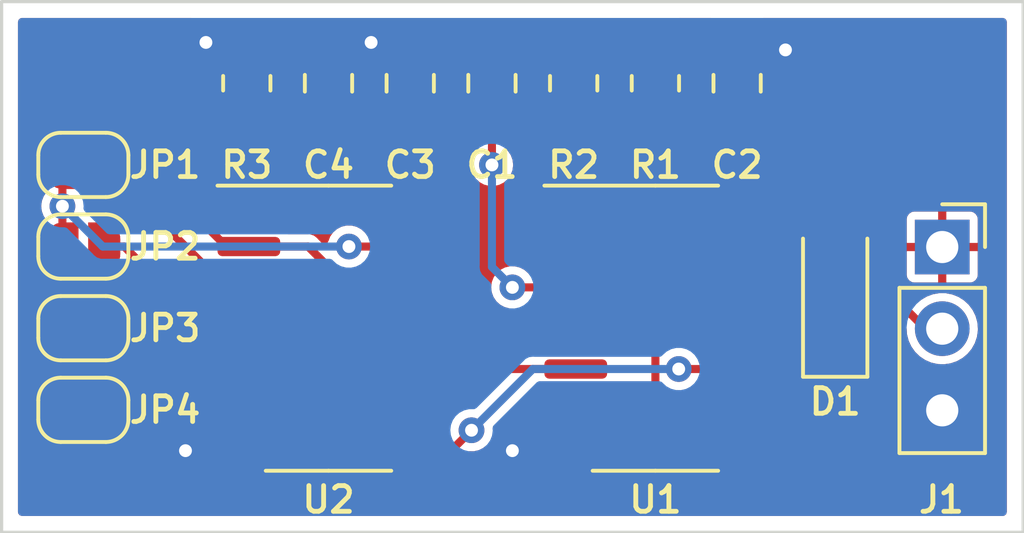
<source format=kicad_pcb>
(kicad_pcb (version 20211014) (generator pcbnew)
  (layers (0 "F.Cu" signal) (31 "B.Cu" signal) (34 "B.Paste" user) (35 "F.Paste" user) (36 "B.SilkS" user "B.Silkscreen") (37 "F.SilkS" user "F.Silkscreen") (38 "B.Mask" user) (39 "F.Mask" user) (44 "Edge.Cuts" user))
  (net 0 "")
  (net 1 "Net-(C1-Pad1)")
  (net 2 "Net-(C1-Pad2)")
  (net 3 "VCC")
  (net 4 "GND")
  (net 5 "Net-(JP1-Pad1)")
  (net 6 "Net-(JP1-Pad2)")
  (net 7 "Net-(JP2-Pad1)")
  (net 8 "Net-(JP3-Pad1)")
  (net 9 "Net-(JP4-Pad1)")
  (net 10 "Net-(R1-Pad2)")
  (net 11 "Net-(R2-Pad2)")
  (net 12 "Net-(U1-Pad5)")
  (net 14 "Net-(D1-Pad2)")
  (net 15 "Net-(U1-Pad2)")
  (net 16 "Net-(D1-Pad1)")
  (net 17 "Net-(U1-Pad10)")
  (net 18 "Net-(C4-Pad2)")
  (net 19 "Net-(U1-Pad4)")
  (footprint "Capacitor_SMD:C_0805_2012Metric_Pad1.18x1.45mm_HandSolder" (layer "F.Cu") (at 35.56 53.34 90)
    (fp_text reference "C4" (at -2.54 0 180) (layer "F.SilkS") (effects (font (size 0.8 0.8))))
    (fp_text value "C" hide)
    (fp_line (start -0.261252 0.735) (end 0.261252 0.735) (layer "F.SilkS") (width 0.12))
    (fp_line (start -0.261252 -0.735) (end 0.261252 -0.735) (layer "F.SilkS") (width 0.12))
    (pad "1" smd roundrect (at -1.0375 0 90) (size 1.175 1.45) (layers "F.Cu" "F.Paste" "F.Mask") (roundrect_rratio 0.2127659574) (net 3 "VCC"))
    (pad "2" smd roundrect (at 1.0375 0 90) (size 1.175 1.45) (layers "F.Cu" "F.Paste" "F.Mask") (roundrect_rratio 0.2127659574) (net 18 "Net-(C4-Pad2)"))
  )
  (footprint "Jumper:SolderJumper-2_P1.3mm_Open_RoundedPad1.0x1.5mm" (layer "F.Cu") (at 27.94 55.88 180)
    (fp_text reference "JP1" (at -2.54 0) (layer "F.SilkS") (effects (font (size 0.8 0.8))))
    (fp_text value "DEV1" hide)
    (fp_line (start -0.7 -1) (end 0.7 -1) (layer "F.SilkS") (width 0.12))
    (fp_line (start 1.4 -0.3) (end 1.4 0.3) (layer "F.SilkS") (width 0.12))
    (fp_line (start -1.4 0.3) (end -1.4 -0.3) (layer "F.SilkS") (width 0.12))
    (fp_line (start 0.7 1) (end -0.7 1) (layer "F.SilkS") (width 0.12))
    (fp_arc (start 1.4 0.3) (mid 1.194975 0.794975) (end 0.7 1) (layer "F.SilkS") (width 0.12))
    (fp_arc (start 0.7 -1) (mid 1.194975 -0.794975) (end 1.4 -0.3) (layer "F.SilkS") (width 0.12))
    (fp_arc (start -0.7 1) (mid -1.194975 0.794975) (end -1.4 0.3) (layer "F.SilkS") (width 0.12))
    (fp_arc (start -1.4 -0.3) (mid -1.194975 -0.794975) (end -0.7 -1) (layer "F.SilkS") (width 0.12))
    (pad "1" smd custom (at -0.65 0 180) (size 1 0.5) (layers "F.Cu" "F.Mask") (net 5 "Net-(JP1-Pad1)") (options (clearance outline) (anchor rect)) (primitives (gr_circle (center 0 0.25) (end 0.5 0.25) (width 0) (fill yes)) (gr_circle (center 0 -0.25) (end 0.5 -0.25) (width 0) (fill yes)) (gr_poly (pts (xy 0.5 0.75) (xy 0 0.75) (xy 0 -0.75) (xy 0.5 -0.75)) (width 0) (fill yes))))
    (pad "2" smd custom (at 0.65 0 180) (size 1 0.5) (layers "F.Cu" "F.Mask") (net 6 "Net-(JP1-Pad2)") (options (clearance outline) (anchor rect)) (primitives (gr_circle (center 0 0.25) (end 0.5 0.25) (width 0) (fill yes)) (gr_circle (center 0 -0.25) (end 0.5 -0.25) (width 0) (fill yes)) (gr_poly (pts (xy 0 0.75) (xy -0.5 0.75) (xy -0.5 -0.75) (xy 0 -0.75)) (width 0) (fill yes))))
  )
  (footprint "Capacitor_SMD:C_0805_2012Metric_Pad1.18x1.45mm_HandSolder" (layer "F.Cu") (at 48.26 53.34 90)
    (fp_text reference "C2" (at -2.54 0 180) (layer "F.SilkS") (effects (font (size 0.8 0.8))))
    (fp_text value "C" hide)
    (fp_line (start -0.261252 -0.735) (end 0.261252 -0.735) (layer "F.SilkS") (width 0.12))
    (fp_line (start -0.261252 0.735) (end 0.261252 0.735) (layer "F.SilkS") (width 0.12))
    (pad "1" smd roundrect (at -1.0375 0 90) (size 1.175 1.45) (layers "F.Cu" "F.Paste" "F.Mask") (roundrect_rratio 0.2127659574) (net 3 "VCC"))
    (pad "2" smd roundrect (at 1.0375 0 90) (size 1.175 1.45) (layers "F.Cu" "F.Paste" "F.Mask") (roundrect_rratio 0.2127659574) (net 4 "GND"))
  )
  (footprint "Resistor_SMD:R_0805_2012Metric_Pad1.20x1.40mm_HandSolder" (layer "F.Cu") (at 33.02 53.34 90)
    (fp_text reference "R3" (at -2.54 0 180) (layer "F.SilkS") (effects (font (size 0.8 0.8))))
    (fp_text value "R" hide)
    (fp_line (start -0.227064 0.735) (end 0.227064 0.735) (layer "F.SilkS") (width 0.12))
    (fp_line (start -0.227064 -0.735) (end 0.227064 -0.735) (layer "F.SilkS") (width 0.12))
    (pad "1" smd roundrect (at -1 0 90) (size 1.2 1.4) (layers "F.Cu" "F.Paste" "F.Mask") (roundrect_rratio 0.2083333333) (net 18 "Net-(C4-Pad2)"))
    (pad "2" smd roundrect (at 1 0 90) (size 1.2 1.4) (layers "F.Cu" "F.Paste" "F.Mask") (roundrect_rratio 0.2083333333) (net 4 "GND"))
  )
  (footprint "Capacitor_SMD:C_0805_2012Metric_Pad1.18x1.45mm_HandSolder" (layer "F.Cu") (at 40.64 53.34 -90)
    (fp_text reference "C1" (at 2.54 0 180) (layer "F.SilkS") (effects (font (size 0.8 0.8))))
    (fp_text value "C" hide)
    (fp_line (start -0.261252 0.735) (end 0.261252 0.735) (layer "F.SilkS") (width 0.12))
    (fp_line (start -0.261252 -0.735) (end 0.261252 -0.735) (layer "F.SilkS") (width 0.12))
    (pad "1" smd roundrect (at -1.0375 0 270) (size 1.175 1.45) (layers "F.Cu" "F.Paste" "F.Mask") (roundrect_rratio 0.2127659574) (net 1 "Net-(C1-Pad1)"))
    (pad "2" smd roundrect (at 1.0375 0 270) (size 1.175 1.45) (layers "F.Cu" "F.Paste" "F.Mask") (roundrect_rratio 0.2127659574) (net 2 "Net-(C1-Pad2)"))
  )
  (footprint "Jumper:SolderJumper-2_P1.3mm_Open_RoundedPad1.0x1.5mm" (layer "F.Cu") (at 27.94 58.42 180)
    (fp_text reference "JP2" (at -2.54 0) (layer "F.SilkS") (effects (font (size 0.8 0.8))))
    (fp_text value "DEV1" hide)
    (fp_line (start 1.4 -0.3) (end 1.4 0.3) (layer "F.SilkS") (width 0.12))
    (fp_line (start -1.4 0.3) (end -1.4 -0.3) (layer "F.SilkS") (width 0.12))
    (fp_line (start -0.7 -1) (end 0.7 -1) (layer "F.SilkS") (width 0.12))
    (fp_line (start 0.7 1) (end -0.7 1) (layer "F.SilkS") (width 0.12))
    (fp_arc (start 0.7 -1) (mid 1.194975 -0.794975) (end 1.4 -0.3) (layer "F.SilkS") (width 0.12))
    (fp_arc (start -1.4 -0.3) (mid -1.194975 -0.794975) (end -0.7 -1) (layer "F.SilkS") (width 0.12))
    (fp_arc (start 1.4 0.3) (mid 1.194975 0.794975) (end 0.7 1) (layer "F.SilkS") (width 0.12))
    (fp_arc (start -0.7 1) (mid -1.194975 0.794975) (end -1.4 0.3) (layer "F.SilkS") (width 0.12))
    (pad "1" smd custom (at -0.65 0 180) (size 1 0.5) (layers "F.Cu" "F.Mask") (net 7 "Net-(JP2-Pad1)") (options (clearance outline) (anchor rect)) (primitives (gr_circle (center 0 0.25) (end 0.5 0.25) (width 0) (fill yes)) (gr_circle (center 0 -0.25) (end 0.5 -0.25) (width 0) (fill yes)) (gr_poly (pts (xy 0.5 0.75) (xy 0 0.75) (xy 0 -0.75) (xy 0.5 -0.75)) (width 0) (fill yes))))
    (pad "2" smd custom (at 0.65 0 180) (size 1 0.5) (layers "F.Cu" "F.Mask") (net 6 "Net-(JP1-Pad2)") (options (clearance outline) (anchor rect)) (primitives (gr_circle (center 0 0.25) (end 0.5 0.25) (width 0) (fill yes)) (gr_circle (center 0 -0.25) (end 0.5 -0.25) (width 0) (fill yes)) (gr_poly (pts (xy 0 0.75) (xy -0.5 0.75) (xy -0.5 -0.75) (xy 0 -0.75)) (width 0) (fill yes))))
  )
  (footprint "Jumper:SolderJumper-2_P1.3mm_Open_RoundedPad1.0x1.5mm" (layer "F.Cu") (at 27.940001 63.5 180)
    (fp_text reference "JP4" (at -2.539999 0) (layer "F.SilkS") (effects (font (size 0.8 0.8))))
    (fp_text value "DEV1" hide)
    (fp_line (start -1.4 0.3) (end -1.4 -0.3) (layer "F.SilkS") (width 0.12))
    (fp_line (start -0.7 -1) (end 0.7 -1) (layer "F.SilkS") (width 0.12))
    (fp_line (start 0.7 1) (end -0.7 1) (layer "F.SilkS") (width 0.12))
    (fp_line (start 1.4 -0.3) (end 1.4 0.3) (layer "F.SilkS") (width 0.12))
    (fp_arc (start -1.4 -0.3) (mid -1.194975 -0.794975) (end -0.7 -1) (layer "F.SilkS") (width 0.12))
    (fp_arc (start -0.7 1) (mid -1.194975 0.794975) (end -1.4 0.3) (layer "F.SilkS") (width 0.12))
    (fp_arc (start 0.7 -1) (mid 1.194975 -0.794975) (end 1.4 -0.3) (layer "F.SilkS") (width 0.12))
    (fp_arc (start 1.4 0.3) (mid 1.194975 0.794975) (end 0.7 1) (layer "F.SilkS") (width 0.12))
    (pad "1" smd custom (at -0.65 0 180) (size 1 0.5) (layers "F.Cu" "F.Mask") (net 9 "Net-(JP4-Pad1)") (options (clearance outline) (anchor rect)) (primitives (gr_circle (center 0 0.25) (end 0.5 0.25) (width 0) (fill yes)) (gr_circle (center 0 -0.25) (end 0.5 -0.25) (width 0) (fill yes)) (gr_poly (pts (xy 0.5 0.75) (xy 0 0.75) (xy 0 -0.75) (xy 0.5 -0.75)) (width 0) (fill yes))))
    (pad "2" smd custom (at 0.65 0 180) (size 1 0.5) (layers "F.Cu" "F.Mask") (net 6 "Net-(JP1-Pad2)") (options (clearance outline) (anchor rect)) (primitives (gr_circle (center 0 0.25) (end 0.5 0.25) (width 0) (fill yes)) (gr_circle (center 0 -0.25) (end 0.5 -0.25) (width 0) (fill yes)) (gr_poly (pts (xy 0 0.75) (xy -0.5 0.75) (xy -0.5 -0.75) (xy 0 -0.75)) (width 0) (fill yes))))
  )
  (footprint "Package_SO:SO-14_3.9x8.65mm_P1.27mm" (layer "F.Cu") (at 45.72 60.96)
    (fp_text reference "U1" (at 0 5.334) (layer "F.SilkS") (effects (font (size 0.8 0.8))))
    (fp_text value "74HC00" hide)
    (fp_line (start 0 -4.435) (end 1.95 -4.435) (layer "F.SilkS") (width 0.12))
    (fp_line (start 0 -4.435) (end -3.45 -4.435) (layer "F.SilkS") (width 0.12))
    (fp_line (start 0 4.435) (end 1.95 4.435) (layer "F.SilkS") (width 0.12))
    (fp_line (start 0 4.435) (end -1.95 4.435) (layer "F.SilkS") (width 0.12))
    (pad "1" smd roundrect (at -2.475 -3.81) (size 1.95 0.6) (layers "F.Cu" "F.Paste" "F.Mask") (net 11 "Net-(R2-Pad2)"))
    (pad "2" smd roundrect (at -2.475 -2.54) (size 1.95 0.6) (layers "F.Cu" "F.Paste" "F.Mask") (net 15 "Net-(U1-Pad2)"))
    (pad "3" smd roundrect (at -2.475 -1.27) (size 1.95 0.6) (layers "F.Cu" "F.Paste" "F.Mask") (net 2 "Net-(C1-Pad2)"))
    (pad "4" smd roundrect (at -2.475 0) (size 1.95 0.6) (layers "F.Cu" "F.Paste" "F.Mask") (net 19 "Net-(U1-Pad4)"))
    (pad "5" smd roundrect (at -2.475 1.27) (size 1.95 0.6) (layers "F.Cu" "F.Paste" "F.Mask") (net 12 "Net-(U1-Pad5)"))
    (pad "6" smd roundrect (at -2.475 2.54) (size 1.95 0.6) (layers "F.Cu" "F.Paste" "F.Mask") (net 16 "Net-(D1-Pad1)"))
    (pad "7" smd roundrect (at -2.475 3.81) (size 1.95 0.6) (layers "F.Cu" "F.Paste" "F.Mask") (net 4 "GND"))
    (pad "8" smd roundrect (at 2.475 3.81) (size 1.95 0.6) (layers "F.Cu" "F.Paste" "F.Mask") (net 15 "Net-(U1-Pad2)"))
    (pad "9" smd roundrect (at 2.475 2.54) (size 1.95 0.6) (layers "F.Cu" "F.Paste" "F.Mask") (net 16 "Net-(D1-Pad1)"))
    (pad "10" smd roundrect (at 2.475 1.27) (size 1.95 0.6) (layers "F.Cu" "F.Paste" "F.Mask") (net 17 "Net-(U1-Pad10)"))
    (pad "11" smd roundrect (at 2.475 0) (size 1.95 0.6) (layers "F.Cu" "F.Paste" "F.Mask") (net 11 "Net-(R2-Pad2)"))
    (pad "12" smd roundrect (at 2.475 -1.27) (size 1.95 0.6) (layers "F.Cu" "F.Paste" "F.Mask") (net 10 "Net-(R1-Pad2)"))
    (pad "13" smd roundrect (at 2.475 -2.54) (size 1.95 0.6) (layers "F.Cu" "F.Paste" "F.Mask") (net 10 "Net-(R1-Pad2)"))
    (pad "14" smd roundrect (at 2.475 -3.81) (size 1.95 0.6) (layers "F.Cu" "F.Paste" "F.Mask") (net 3 "VCC"))
  )
  (footprint "Capacitor_SMD:C_0805_2012Metric_Pad1.18x1.45mm_HandSolder" (layer "F.Cu") (at 38.1 53.34 90)
    (fp_text reference "C3" (at -2.54 0 180) (layer "F.SilkS") (effects (font (size 0.8 0.8))))
    (fp_text value "C" hide)
    (fp_line (start -0.261252 -0.735) (end 0.261252 -0.735) (layer "F.SilkS") (width 0.12))
    (fp_line (start -0.261252 0.735) (end 0.261252 0.735) (layer "F.SilkS") (width 0.12))
    (pad "1" smd roundrect (at -1.0375 0 90) (size 1.175 1.45) (layers "F.Cu" "F.Paste" "F.Mask") (roundrect_rratio 0.2127659574) (net 3 "VCC"))
    (pad "2" smd roundrect (at 1.0375 0 90) (size 1.175 1.45) (layers "F.Cu" "F.Paste" "F.Mask") (roundrect_rratio 0.2127659574) (net 4 "GND"))
  )
  (footprint "Resistor_SMD:R_0805_2012Metric_Pad1.20x1.40mm_HandSolder" (layer "F.Cu") (at 45.72 53.34 -90)
    (fp_text reference "R1" (at 2.54 0 180) (layer "F.SilkS") (effects (font (size 0.8 0.8))))
    (fp_text value "R" hide)
    (fp_line (start -0.227064 -0.735) (end 0.227064 -0.735) (layer "F.SilkS") (width 0.12))
    (fp_line (start -0.227064 0.735) (end 0.227064 0.735) (layer "F.SilkS") (width 0.12))
    (pad "1" smd roundrect (at -1 0 270) (size 1.2 1.4) (layers "F.Cu" "F.Paste" "F.Mask") (roundrect_rratio 0.2083333333) (net 1 "Net-(C1-Pad1)"))
    (pad "2" smd roundrect (at 1 0 270) (size 1.2 1.4) (layers "F.Cu" "F.Paste" "F.Mask") (roundrect_rratio 0.2083333333) (net 10 "Net-(R1-Pad2)"))
  )
  (footprint "Resistor_SMD:R_0805_2012Metric_Pad1.20x1.40mm_HandSolder" (layer "F.Cu") (at 43.18 53.34 -90)
    (fp_text reference "R2" (at 2.54 0 180) (layer "F.SilkS") (effects (font (size 0.8 0.8))))
    (fp_text value "R" hide)
    (fp_line (start -0.227064 0.735) (end 0.227064 0.735) (layer "F.SilkS") (width 0.12))
    (fp_line (start -0.227064 -0.735) (end 0.227064 -0.735) (layer "F.SilkS") (width 0.12))
    (pad "1" smd roundrect (at -1 0 270) (size 1.2 1.4) (layers "F.Cu" "F.Paste" "F.Mask") (roundrect_rratio 0.2083333333) (net 1 "Net-(C1-Pad1)"))
    (pad "2" smd roundrect (at 1 0 270) (size 1.2 1.4) (layers "F.Cu" "F.Paste" "F.Mask") (roundrect_rratio 0.2083333333) (net 11 "Net-(R2-Pad2)"))
  )
  (footprint "Connector_PinSocket_2.54mm:PinSocket_1x03_P2.54mm_Vertical" (layer "F.Cu") (at 54.635 58.435)
    (fp_text reference "J1" (at -0.025 7.859) (layer "F.SilkS") (effects (font (size 0.8 0.8))))
    (fp_text value "Conn_01x03_Female" hide)
    (fp_line (start -1.33 1.27) (end 1.33 1.27) (layer "F.SilkS") (width 0.12))
    (fp_line (start 1.33 -1.33) (end 1.33 0) (layer "F.SilkS") (width 0.12))
    (fp_line (start 0 -1.33) (end 1.33 -1.33) (layer "F.SilkS") (width 0.12))
    (fp_line (start -1.33 1.27) (end -1.33 6.41) (layer "F.SilkS") (width 0.12))
    (fp_line (start 1.33 1.27) (end 1.33 6.41) (layer "F.SilkS") (width 0.12))
    (fp_line (start -1.33 6.41) (end 1.33 6.41) (layer "F.SilkS") (width 0.12))
    (pad "1" thru_hole rect (at 0 0) (size 1.7 1.7) (drill 1) (layers *.Cu *.Mask) (net 3 "VCC"))
    (pad "2" thru_hole oval (at 0 2.54) (size 1.7 1.7) (drill 1) (layers *.Cu *.Mask) (net 14 "Net-(D1-Pad2)"))
    (pad "3" thru_hole oval (at 0 5.08) (size 1.7 1.7) (drill 1) (layers *.Cu *.Mask) (net 4 "GND"))
  )
  (footprint "Package_SO:SO-14_3.9x8.65mm_P1.27mm" (layer "F.Cu") (at 35.56 60.96)
    (fp_text reference "U2" (at 0 5.334) (layer "F.SilkS") (effects (font (size 0.8 0.8))))
    (fp_text value "74HC393" hide)
    (fp_line (start 0 4.435) (end 1.95 4.435) (layer "F.SilkS") (width 0.12))
    (fp_line (start 0 -4.435) (end -3.45 -4.435) (layer "F.SilkS") (width 0.12))
    (fp_line (start 0 -4.435) (end 1.95 -4.435) (layer "F.SilkS") (width 0.12))
    (fp_line (start 0 4.435) (end -1.95 4.435) (layer "F.SilkS") (width 0.12))
    (pad "1" smd roundrect (at -2.475 -3.81) (size 1.95 0.6) (layers "F.Cu" "F.Paste" "F.Mask") (net 2 "Net-(C1-Pad2)"))
    (pad "2" smd roundrect (at -2.475 -2.54) (size 1.95 0.6) (layers "F.Cu" "F.Paste" "F.Mask") (net 18 "Net-(C4-Pad2)"))
    (pad "3" smd roundrect (at -2.475 -1.27) (size 1.95 0.6) (layers "F.Cu" "F.Paste" "F.Mask") (net 5 "Net-(JP1-Pad1)"))
    (pad "4" smd roundrect (at -2.475 0) (size 1.95 0.6) (layers "F.Cu" "F.Paste" "F.Mask") (net 7 "Net-(JP2-Pad1)"))
    (pad "5" smd roundrect (at -2.475 1.27) (size 1.95 0.6) (layers "F.Cu" "F.Paste" "F.Mask") (net 8 "Net-(JP3-Pad1)"))
    (pad "6" smd roundrect (at -2.475 2.54) (size 1.95 0.6) (layers "F.Cu" "F.Paste" "F.Mask") (net 9 "Net-(JP4-Pad1)"))
    (pad "7" smd roundrect (at -2.475 3.81) (size 1.95 0.6) (layers "F.Cu" "F.Paste" "F.Mask") (net 4 "GND"))
    (pad "8" smd roundrect (at 2.475 3.81) (size 1.95 0.6) (layers "F.Cu" "F.Paste" "F.Mask") (net 17 "Net-(U1-Pad10)"))
    (pad "9" smd roundrect (at 2.475 2.54) (size 1.95 0.6) (layers "F.Cu" "F.Paste" "F.Mask") (net 12 "Net-(U1-Pad5)"))
    (pad "10" smd roundrect (at 2.475 1.27) (size 1.95 0.6) (layers "F.Cu" "F.Paste" "F.Mask") (net 19 "Net-(U1-Pad4)"))
    (pad "11" smd roundrect (at 2.475 0) (size 1.95 0.6) (layers "F.Cu" "F.Paste" "F.Mask"))
    (pad "12" smd roundrect (at 2.475 -1.27) (size 1.95 0.6) (layers "F.Cu" "F.Paste" "F.Mask") (net 18 "Net-(C4-Pad2)"))
    (pad "13" smd roundrect (at 2.475 -2.54) (size 1.95 0.6) (layers "F.Cu" "F.Paste" "F.Mask") (net 6 "Net-(JP1-Pad2)"))
    (pad "14" smd roundrect (at 2.475 -3.81) (size 1.95 0.6) (layers "F.Cu" "F.Paste" "F.Mask") (net 3 "VCC"))
  )
  (footprint "Jumper:SolderJumper-2_P1.3mm_Open_RoundedPad1.0x1.5mm" (layer "F.Cu") (at 27.940001 60.96 180)
    (fp_text reference "JP3" (at -2.539999 0) (layer "F.SilkS") (effects (font (size 0.8 0.8))))
    (fp_text value "DEV1" hide)
    (fp_line (start -1.4 0.3) (end -1.4 -0.3) (layer "F.SilkS") (width 0.12))
    (fp_line (start 1.4 -0.3) (end 1.4 0.3) (layer "F.SilkS") (width 0.12))
    (fp_line (start 0.7 1) (end -0.7 1) (layer "F.SilkS") (width 0.12))
    (fp_line (start -0.7 -1) (end 0.7 -1) (layer "F.SilkS") (width 0.12))
    (fp_arc (start -1.4 -0.3) (mid -1.194975 -0.794975) (end -0.7 -1) (layer "F.SilkS") (width 0.12))
    (fp_arc (start 1.4 0.3) (mid 1.194975 0.794975) (end 0.7 1) (layer "F.SilkS") (width 0.12))
    (fp_arc (start 0.7 -1) (mid 1.194975 -0.794975) (end 1.4 -0.3) (layer "F.SilkS") (width 0.12))
    (fp_arc (start -0.7 1) (mid -1.194975 0.794975) (end -1.4 0.3) (layer "F.SilkS") (width 0.12))
    (pad "1" smd custom (at -0.65 0 180) (size 1 0.5) (layers "F.Cu" "F.Mask") (net 8 "Net-(JP3-Pad1)") (options (clearance outline) (anchor rect)) (primitives (gr_circle (center 0 0.25) (end 0.5 0.25) (width 0) (fill yes)) (gr_circle (center 0 -0.25) (end 0.5 -0.25) (width 0) (fill yes)) (gr_poly (pts (xy 0.5 0.75) (xy 0 0.75) (xy 0 -0.75) (xy 0.5 -0.75)) (width 0) (fill yes))))
    (pad "2" smd custom (at 0.65 0 180) (size 1 0.5) (layers "F.Cu" "F.Mask") (net 6 "Net-(JP1-Pad2)") (options (clearance outline) (anchor rect)) (primitives (gr_circle (center 0 0.25) (end 0.5 0.25) (width 0) (fill yes)) (gr_circle (center 0 -0.25) (end 0.5 -0.25) (width 0) (fill yes)) (gr_poly (pts (xy 0 0.75) (xy -0.5 0.75) (xy -0.5 -0.75) (xy 0 -0.75)) (width 0) (fill yes))))
  )
  (footprint "Diode_SMD:D_MiniMELF" (layer "F.Cu") (at 51.308 59.922 90)
    (fp_text reference "D1" (at -3.324 0 180) (layer "F.SilkS") (effects (font (size 0.8 0.8))))
    (fp_text value "D" hide)
    (fp_line (start 1.75 -1) (end -2.55 -1) (layer "F.SilkS") (width 0.12))
    (fp_line (start -2.55 -1) (end -2.55 1) (layer "F.SilkS") (width 0.12))
    (fp_line (start -2.55 1) (end 1.75 1) (layer "F.SilkS") (width 0.12))
    (pad "1" smd rect (at -1.75 0 90) (size 1.3 1.7) (layers "F.Cu" "F.Paste" "F.Mask") (net 16 "Net-(D1-Pad1)"))
    (pad "2" smd rect (at 1.75 0 90) (size 1.3 1.7) (layers "F.Cu" "F.Paste" "F.Mask") (net 14 "Net-(D1-Pad2)"))
  )
  (gr_rect (start 25.4 50.8) (end 57.15 67.31) (layer "Edge.Cuts") (width 0.1) (fill none))
  (segment (start 40.6775 52.34) (end 43.18 52.34) (width 0.25) (layer "F.Cu") (net 1))
  (segment (start 43.18 52.34) (end 45.72 52.34) (width 0.25) (layer "F.Cu") (net 1))
  (segment (start 40.64 52.3025) (end 40.6775 52.34) (width 0.25) (layer "F.Cu") (net 1))
  (segment (start 40.64 55.88) (end 40.64 54.3775) (width 0.25) (layer "F.Cu") (net 2))
  (segment (start 33.085 56.45) (end 34.29 55.245) (width 0.25) (layer "F.Cu") (net 2))
  (segment (start 40.005 53.34) (end 40.64 53.975) (width 0.25) (layer "F.Cu") (net 2))
  (segment (start 34.926396 53.34) (end 40.005 53.34) (width 0.25) (layer "F.Cu") (net 2))
  (segment (start 33.085 57.15) (end 33.085 56.45) (width 0.25) (layer "F.Cu") (net 2))
  (segment (start 34.29 55.245) (end 34.29 53.976396) (width 0.25) (layer "F.Cu") (net 2))
  (segment (start 40.64 53.975) (end 40.64 54.3775) (width 0.25) (layer "F.Cu") (net 2))
  (segment (start 43.245 59.69) (end 41.275 59.69) (width 0.25) (layer "F.Cu") (net 2))
  (segment (start 34.29 53.976396) (end 34.926396 53.34) (width 0.25) (layer "F.Cu") (net 2))
  (via (at 41.275 59.69) (size 0.8) (drill 0.4) (layers "F.Cu" "B.Cu") (net 2))
  (via (at 40.64 55.88) (size 0.8) (drill 0.4) (layers "F.Cu" "B.Cu") (net 2))
  (segment (start 40.64 59.055) (end 40.64 55.88) (width 0.25) (layer "B.Cu") (net 2))
  (segment (start 41.275 59.69) (end 40.64 59.055) (width 0.25) (layer "B.Cu") (net 2))
  (segment (start 31.75 52.07) (end 32.02 52.34) (width 0.25) (layer "F.Cu") (net 4))
  (segment (start 49.7625 52.3025) (end 48.26 52.3025) (width 0.25) (layer "F.Cu") (net 4))
  (segment (start 37.117 52.3025) (end 38.1 52.3025) (width 0.25) (layer "F.Cu") (net 4))
  (segment (start 32.02 52.34) (end 33.02 52.34) (width 0.25) (layer "F.Cu") (net 4))
  (segment (start 43.245 64.77) (end 41.275 64.77) (width 0.25) (layer "F.Cu") (net 4))
  (segment (start 36.8845 52.07) (end 37.117 52.3025) (width 0.25) (layer "F.Cu") (net 4))
  (segment (start 33.085 64.77) (end 31.115 64.77) (width 0.25) (layer "F.Cu") (net 4))
  (via (at 49.7625 52.3025) (size 0.8) (drill 0.4) (layers "F.Cu" "B.Cu") (net 4))
  (via (at 36.8845 52.07) (size 0.8) (drill 0.4) (layers "F.Cu" "B.Cu") (net 4))
  (via (at 31.115 64.77) (size 0.8) (drill 0.4) (layers "F.Cu" "B.Cu") (net 4))
  (via (at 41.275 64.77) (size 0.8) (drill 0.4) (layers "F.Cu" "B.Cu") (net 4))
  (via (at 31.75 52.07) (size 0.8) (drill 0.4) (layers "F.Cu" "B.Cu") (net 4))
  (segment (start 28.59 55.88) (end 28.59 55.895) (width 0.25) (layer "F.Cu") (net 5))
  (segment (start 32.385 59.69) (end 33.085 59.69) (width 0.25) (layer "F.Cu") (net 5))
  (segment (start 28.59 55.895) (end 32.385 59.69) (width 0.25) (layer "F.Cu") (net 5))
  (segment (start 27.29 58.42) (end 27.290001 60.96) (width 0.25) (layer "F.Cu") (net 6))
  (segment (start 27.29 57.165) (end 27.29 58.42) (width 0.25) (layer "F.Cu") (net 6))
  (segment (start 38.035 58.42) (end 36.195 58.42) (width 0.25) (layer "F.Cu") (net 6))
  (segment (start 27.290001 60.96) (end 27.290001 63.5) (width 0.25) (layer "F.Cu") (net 6))
  (segment (start 27.29 55.88) (end 27.29 57.165) (width 0.25) (layer "F.Cu") (net 6))
  (via (at 36.195 58.42) (size 0.8) (drill 0.4) (layers "F.Cu" "B.Cu") (net 6))
  (via (at 27.29 57.165) (size 0.8) (drill 0.4) (layers "F.Cu" "B.Cu") (net 6))
  (segment (start 36.195 58.42) (end 28.545 58.42) (width 0.25) (layer "B.Cu") (net 6))
  (segment (start 28.545 58.42) (end 27.29 57.165) (width 0.25) (layer "B.Cu") (net 6))
  (segment (start 28.59 58.42) (end 29.21 58.42) (width 0.25) (layer "F.Cu") (net 7))
  (segment (start 31.75 60.96) (end 33.085 60.96) (width 0.25) (layer "F.Cu") (net 7))
  (segment (start 29.21 58.42) (end 31.75 60.96) (width 0.25) (layer "F.Cu") (net 7))
  (segment (start 31.115 62.23) (end 33.085 62.23) (width 0.25) (layer "F.Cu") (net 8))
  (segment (start 29.845 60.96) (end 31.115 62.23) (width 0.25) (layer "F.Cu") (net 8))
  (segment (start 28.590001 60.96) (end 29.845 60.96) (width 0.25) (layer "F.Cu") (net 8))
  (segment (start 28.590001 63.5) (end 33.085 63.5) (width 0.25) (layer "F.Cu") (net 9))
  (segment (start 46.99 58.42) (end 48.195 58.42) (width 0.25) (layer "F.Cu") (net 10))
  (segment (start 45.72 54.34) (end 45.72 57.15) (width 0.25) (layer "F.Cu") (net 10))
  (segment (start 48.195 58.42) (end 48.195 59.69) (width 0.25) (layer "F.Cu") (net 10))
  (segment (start 45.72 57.15) (end 46.99 58.42) (width 0.25) (layer "F.Cu") (net 10))
  (segment (start 43.18 57.085) (end 43.245 57.15) (width 0.25) (layer "F.Cu") (net 11))
  (segment (start 44.45 57.15) (end 45.72 58.42) (width 0.25) (layer "F.Cu") (net 11))
  (segment (start 46.99 60.96) (end 48.195 60.96) (width 0.25) (layer "F.Cu") (net 11))
  (segment (start 43.18 54.34) (end 43.18 57.085) (width 0.25) (layer "F.Cu") (net 11))
  (segment (start 45.72 59.69) (end 46.99 60.96) (width 0.25) (layer "F.Cu") (net 11))
  (segment (start 43.245 57.15) (end 44.45 57.15) (width 0.25) (layer "F.Cu") (net 11))
  (segment (start 45.72 58.42) (end 45.72 59.69) (width 0.25) (layer "F.Cu") (net 11))
  (segment (start 38.035 63.5) (end 39.37 63.5) (width 0.25) (layer "F.Cu") (net 12))
  (segment (start 40.64 62.23) (end 43.245 62.23) (width 0.25) (layer "F.Cu") (net 12))
  (segment (start 39.37 63.5) (end 40.64 62.23) (width 0.25) (layer "F.Cu") (net 12))
  (segment (start 51.308 58.172) (end 54.111 60.975) (width 0.25) (layer "F.Cu") (net 14))
  (segment (start 54.111 60.975) (end 54.635 60.975) (width 0.25) (layer "F.Cu") (net 14))
  (segment (start 45.72 63.5) (end 46.99 64.77) (width 0.25) (layer "F.Cu") (net 15))
  (segment (start 44.60875 58.42) (end 45.085 58.89625) (width 0.25) (layer "F.Cu") (net 15))
  (segment (start 45.085 60.325698) (end 45.72 60.960698) (width 0.25) (layer "F.Cu") (net 15))
  (segment (start 46.99 64.77) (end 48.195 64.77) (width 0.25) (layer "F.Cu") (net 15))
  (segment (start 43.245 58.42) (end 44.60875 58.42) (width 0.25) (layer "F.Cu") (net 15))
  (segment (start 45.72 60.960698) (end 45.72 63.5) (width 0.25) (layer "F.Cu") (net 15))
  (segment (start 45.085 58.89625) (end 45.085 60.325698) (width 0.25) (layer "F.Cu") (net 15))
  (segment (start 50.8 64.516) (end 49.53 65.786) (width 0.25) (layer "F.Cu") (net 16))
  (segment (start 50.8 63.5) (end 50.8 64.516) (width 0.25) (layer "F.Cu") (net 16))
  (segment (start 48.195 63.5) (end 49.53 63.5) (width 0.25) (layer "F.Cu") (net 16))
  (segment (start 49.53 63.5) (end 50.8 63.5) (width 0.25) (layer "F.Cu") (net 16))
  (segment (start 49.53 65.786) (end 46.6465 65.786) (width 0.25) (layer "F.Cu") (net 16))
  (segment (start 44.3605 63.5) (end 43.245 63.5) (width 0.25) (layer "F.Cu") (net 16))
  (segment (start 46.6465 65.786) (end 44.3605 63.5) (width 0.25) (layer "F.Cu") (net 16))
  (segment (start 50.8 63.5) (end 51.308 62.992) (width 0.25) (layer "F.Cu") (net 16))
  (segment (start 51.308 62.992) (end 51.308 61.672) (width 0.25) (layer "F.Cu") (net 16))
  (segment (start 40.005 64.135) (end 39.37 64.77) (width 0.25) (layer "F.Cu") (net 17))
  (segment (start 39.37 64.77) (end 38.035 64.77) (width 0.25) (layer "F.Cu") (net 17))
  (segment (start 48.195 62.23) (end 46.4445 62.23) (width 0.25) (layer "F.Cu") (net 17))
  (via (at 46.4445 62.23) (size 0.8) (drill 0.4) (layers "F.Cu" "B.Cu") (net 17))
  (via (at 40.005 64.135) (size 0.8) (drill 0.4) (layers "F.Cu" "B.Cu") (net 17))
  (segment (start 41.91 62.23) (end 40.005 64.135) (width 0.25) (layer "B.Cu") (net 17))
  (segment (start 46.4445 62.23) (end 41.91 62.23) (width 0.25) (layer "B.Cu") (net 17))
  (segment (start 35.3275 52.3025) (end 35.56 52.3025) (width 0.25) (layer "F.Cu") (net 18))
  (segment (start 32.655 54.34) (end 31.75 55.245) (width 0.25) (layer "F.Cu") (net 18))
  (segment (start 33.085 58.42) (end 34.925 58.42) (width 0.25) (layer "F.Cu") (net 18))
  (segment (start 33.02 54.34) (end 32.655 54.34) (width 0.25) (layer "F.Cu") (net 18))
  (segment (start 31.75 55.245) (end 31.75 57.785) (width 0.25) (layer "F.Cu") (net 18))
  (segment (start 33.085 58.42) (end 32.385 58.42) (width 0.25) (layer "F.Cu") (net 18))
  (segment (start 33.02 54.34) (end 33.29 54.34) (width 0.25) (layer "F.Cu") (net 18))
  (segment (start 33.29 54.34) (end 35.3275 52.3025) (width 0.25) (layer "F.Cu") (net 18))
  (segment (start 34.925 58.42) (end 36.195 59.69) (width 0.25) (layer "F.Cu") (net 18))
  (segment (start 36.195 59.69) (end 38.035 59.69) (width 0.25) (layer "F.Cu") (net 18))
  (segment (start 32.385 58.42) (end 31.75 57.785) (width 0.25) (layer "F.Cu") (net 18))
  (segment (start 38.035 62.23) (end 39.37 62.23) (width 0.25) (layer "F.Cu") (net 19))
  (segment (start 40.64 60.96) (end 43.245 60.96) (width 0.25) (layer "F.Cu") (net 19))
  (segment (start 39.37 62.23) (end 40.64 60.96) (width 0.25) (layer "F.Cu") (net 19))
  (zone (net 3) (net_name "VCC") (layer "F.Cu") (name "VCC") (connect_pads (clearance 0.254)) (min_thickness 0.254) (fill yes (thermal_gap 0.254) (thermal_bridge_width 0.254))
    (polygon (pts (xy 56.642 66.802) (xy 25.908 66.802) (xy 25.908 51.308) (xy 56.642 51.308)))
  )
  (zone (net 4) (net_name "GND") (layer "B.Cu") (name "GND") (connect_pads yes (clearance 0.254)) (min_thickness 0.254) (fill yes (thermal_gap 0.254) (thermal_bridge_width 0.254))
    (polygon (pts (xy 56.642 66.802) (xy 25.908 66.802) (xy 25.908 51.308) (xy 56.642 51.308)))
  )
)
</source>
